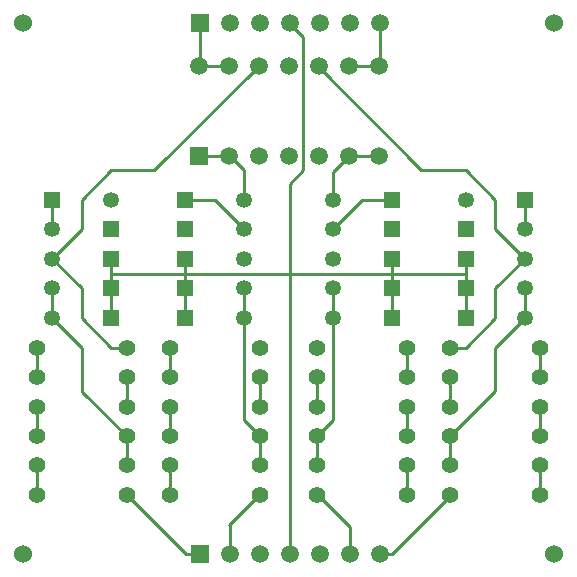
<source format=gbl>
%FSTAX23Y23*%
%MOIN*%
%SFA1B1*%

%IPPOS*%
%ADD10C,0.010000*%
%ADD11C,0.053150*%
%ADD12R,0.053150X0.053150*%
%ADD13C,0.059055*%
%ADD14R,0.059055X0.059055*%
%ADD15C,0.055118*%
%ADD16C,0.060000*%
%ADD17R,0.059055X0.059055*%
%LNlpf-1*%
%LPD*%
G54D10*
X06302Y07827D02*
X06402D01*
X06407Y07831*
Y07972*
X05802Y07827D02*
X05902D01*
X05802D02*
X05807Y07831D01*
Y07972*
X06198Y06791D02*
X06198Y06791D01*
Y06692D02*
Y06791D01*
X06889Y06988D02*
Y07086D01*
Y06988D02*
D01*
X06791Y06889D02*
X06889Y06988D01*
X06791Y06744D02*
Y06889D01*
X06641Y06594D02*
X06791Y06744D01*
X06641Y06496D02*
Y06594D01*
X06941Y06397D02*
Y06496D01*
Y06594D02*
Y06692D01*
Y06791D02*
Y06889D01*
X06941*
X06641Y06692D02*
Y06791D01*
X06498Y06397D02*
X06498Y06397D01*
Y06496*
X06498Y06594D02*
Y06692D01*
X06498Y06692*
X06498Y06791D02*
Y06889D01*
X06498Y06889*
X06889Y07381D02*
D01*
Y07283D02*
Y07381D01*
X05314D02*
D01*
Y07283D02*
Y07381D01*
X06791Y07086D02*
X06889Y07185D01*
X06791Y06988D02*
Y07086D01*
X06692Y06889D02*
X06791Y06988D01*
X06641Y06889D02*
X06692D01*
X06202Y07823D02*
Y07827D01*
Y07823D02*
X06545Y0748D01*
X06692*
X06791Y07381*
Y07283D02*
Y07381D01*
Y07283D02*
X06889Y07185D01*
X05563Y06496D02*
Y06594D01*
X05314Y07185D02*
D01*
X05413Y07086*
Y06988D02*
Y07086D01*
Y06988D02*
X05511Y06889D01*
X05563*
Y06692D02*
Y06791D01*
X05563*
X05415Y06742D02*
X05563Y06594D01*
X05413Y06742D02*
X05415D01*
X05413D02*
Y06889D01*
X05314Y06988D02*
X05413Y06889D01*
X05314Y06988D02*
Y07086D01*
X05263Y06397D02*
Y06496D01*
Y06594D02*
Y06692D01*
X05263Y06791D02*
Y06889D01*
X05263D02*
X05263D01*
X05706Y06397D02*
Y06496D01*
X05706D02*
X05706D01*
X05706Y06594D02*
X05706Y06594D01*
X05706Y06594D02*
Y06692D01*
X05706Y06791D02*
Y06889D01*
D01*
X06641Y06395D02*
Y06397D01*
X06446Y062D02*
X06641Y06395D01*
X06446Y062D02*
D01*
X06407D02*
X06446D01*
X05563Y06397D02*
X0576Y062D01*
X05807*
X06348Y07381D02*
X06446D01*
X0625Y07283D02*
X06348Y07381D01*
X0625Y07283D02*
D01*
X05757Y07381D02*
X05856D01*
X05954Y07283*
X06302Y07527D02*
X06402D01*
X0625Y07474D02*
X06302Y07527D01*
X0625Y07381D02*
Y07474D01*
X05802Y07527D02*
X05902D01*
X05907*
X05954Y0748*
Y07381D02*
Y0748D01*
X06198Y06594D02*
X06198Y06594D01*
Y06496D02*
Y06594D01*
X06006D02*
X06006Y06594D01*
X06006Y06496D02*
Y06594D01*
X06198Y06397D02*
X062D01*
X06307Y06291*
Y062D02*
Y06291D01*
X06003Y06397D02*
X06006D01*
X05905Y06299D02*
X06003Y06397D01*
X05905Y06299D02*
X05907Y06297D01*
Y062D02*
Y06297D01*
X06006Y06791D02*
X06006Y06791D01*
X06006Y06692D02*
Y06791D01*
X06107Y07135D02*
Y07435D01*
X06151Y0748*
Y07923*
X06107Y07967D02*
X06151Y07923D01*
X06107Y07967D02*
Y07972D01*
X06446Y07135D02*
X06692D01*
Y07086D02*
Y07135D01*
Y06988D02*
Y07086D01*
X05511Y07135D02*
X05757D01*
X05511Y07086D02*
Y07135D01*
Y06988D02*
Y07086D01*
X06692Y07135D02*
Y07185D01*
X05314D02*
X05413Y07283D01*
Y07381*
X05511Y0748*
X05655*
X06002Y07827*
X05511Y07135D02*
Y07185D01*
X0625Y06988D02*
Y07086D01*
Y06646D02*
Y06988D01*
X06198Y06594D02*
X0625Y06646D01*
X05954Y06646D02*
X06006Y06594D01*
X05954Y06646D02*
Y06988D01*
Y07086*
X06107Y062D02*
Y07135D01*
X05757D02*
D01*
X06107*
X06446*
X05757D02*
D01*
X06446Y06988D02*
Y07086D01*
X05757Y06988D02*
Y07086D01*
X06446Y07135D02*
Y07185D01*
Y07086D02*
Y07135D01*
X05757D02*
Y07185D01*
Y07086D02*
Y07135D01*
G54D11*
X06692Y07381D03*
X06889Y07283D03*
Y07185D03*
Y07086D03*
Y06988D03*
X0625Y07381D03*
Y07283D03*
Y07185D03*
Y07086D03*
Y06988D03*
X05954Y07381D03*
Y07283D03*
Y07185D03*
Y07086D03*
Y06988D03*
X05511Y07381D03*
X05314Y07283D03*
Y07185D03*
Y07086D03*
Y06988D03*
G54D12*
X06889Y07381D03*
X06692Y07283D03*
Y07185D03*
Y07086D03*
Y06988D03*
X06446Y07381D03*
Y07283D03*
Y07185D03*
Y07086D03*
Y06988D03*
X05757Y07381D03*
Y07283D03*
Y07185D03*
Y07086D03*
Y06988D03*
X05314Y07381D03*
X05511Y07283D03*
Y07185D03*
Y07086D03*
Y06988D03*
G54D13*
X06407Y07972D03*
X06307D03*
X06207D03*
X06107D03*
X05907D03*
X06007D03*
X06407Y062D03*
X06307D03*
X06207D03*
X06107D03*
X05907D03*
X06007D03*
X06402Y07827D03*
X06302D03*
X06202D03*
X06102D03*
X06002D03*
X05902D03*
X05802D03*
X06402Y07527D03*
X06302D03*
X06202D03*
X06102D03*
X06002D03*
X05902D03*
G54D14*
X05807Y07972D03*
Y062D03*
G54D15*
X06641Y06889D03*
X06941D03*
X06198D03*
X06498D03*
X06006D03*
X05706D03*
X05563D03*
X05263D03*
X05563Y06791D03*
X05263D03*
X05563Y06397D03*
X05263D03*
Y06496D03*
X05563D03*
Y06594D03*
X05263D03*
Y06692D03*
X05563D03*
X06006Y06397D03*
X05706D03*
X05706Y06496D03*
X06006D03*
X06006Y06594D03*
X05706D03*
X05706Y06692D03*
X06006D03*
X06006Y06791D03*
X05706D03*
X06198Y06397D03*
X06498D03*
X06498Y06496D03*
X06198D03*
X06198Y06594D03*
X06498D03*
X06498Y06692D03*
X06198D03*
X06198Y06791D03*
X06498D03*
X06641Y06397D03*
X06941D03*
Y06496D03*
X06641D03*
Y06594D03*
X06941D03*
Y06692D03*
X06641D03*
Y06791D03*
X06941D03*
G54D16*
X05216Y07972D03*
X06988D03*
Y062D03*
X05216D03*
G54D17*
X05802Y07527D03*
M02*
</source>
